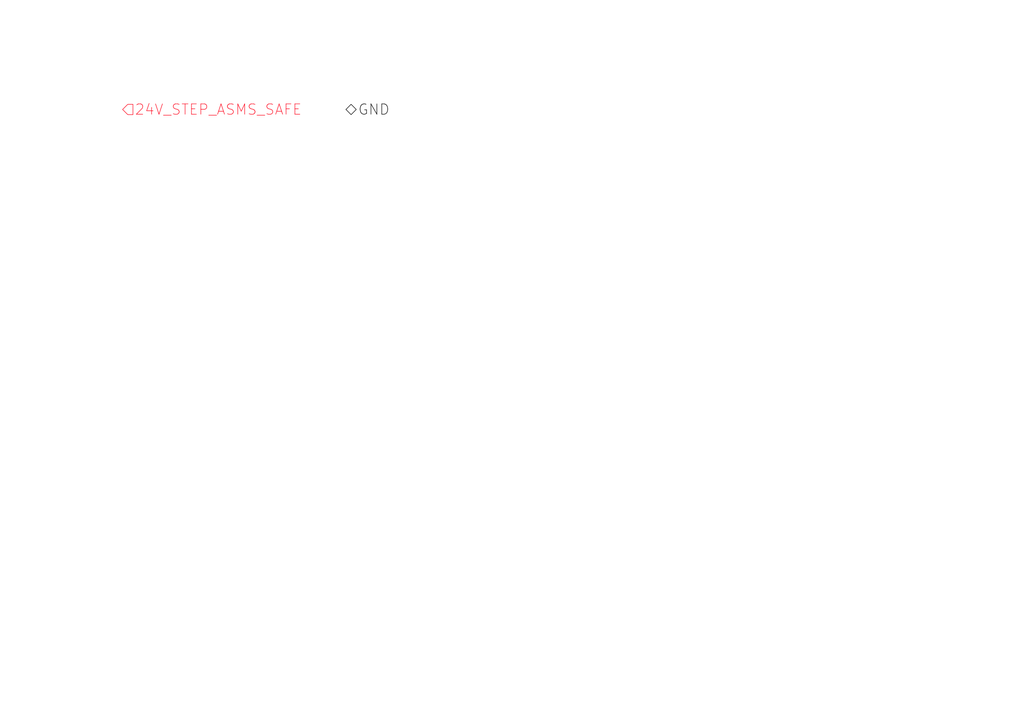
<source format=kicad_sch>
(kicad_sch
	(version 20250114)
	(generator "eeschema")
	(generator_version "9.0")
	(uuid "2452a5b6-d5c8-4783-b9fd-180986d32117")
	(paper "A4")
	(lib_symbols)
	(hierarchical_label "24V_STEP_ASMS_SAFE"
		(shape input)
		(at 35.56 31.75 0)
		(effects
			(font
				(size 3 3)
				(color 255 9 31 1)
			)
			(justify left)
		)
		(uuid "9ecfe54b-a83c-4f12-8fc2-cbed89fd0e74")
	)
	(hierarchical_label "GND"
		(shape bidirectional)
		(at 100.33 31.75 0)
		(effects
			(font
				(size 3 3)
				(color 0 0 0 1)
			)
			(justify left)
		)
		(uuid "b0887b3e-0a14-4a73-ab4f-489b95befc50")
	)
)

</source>
